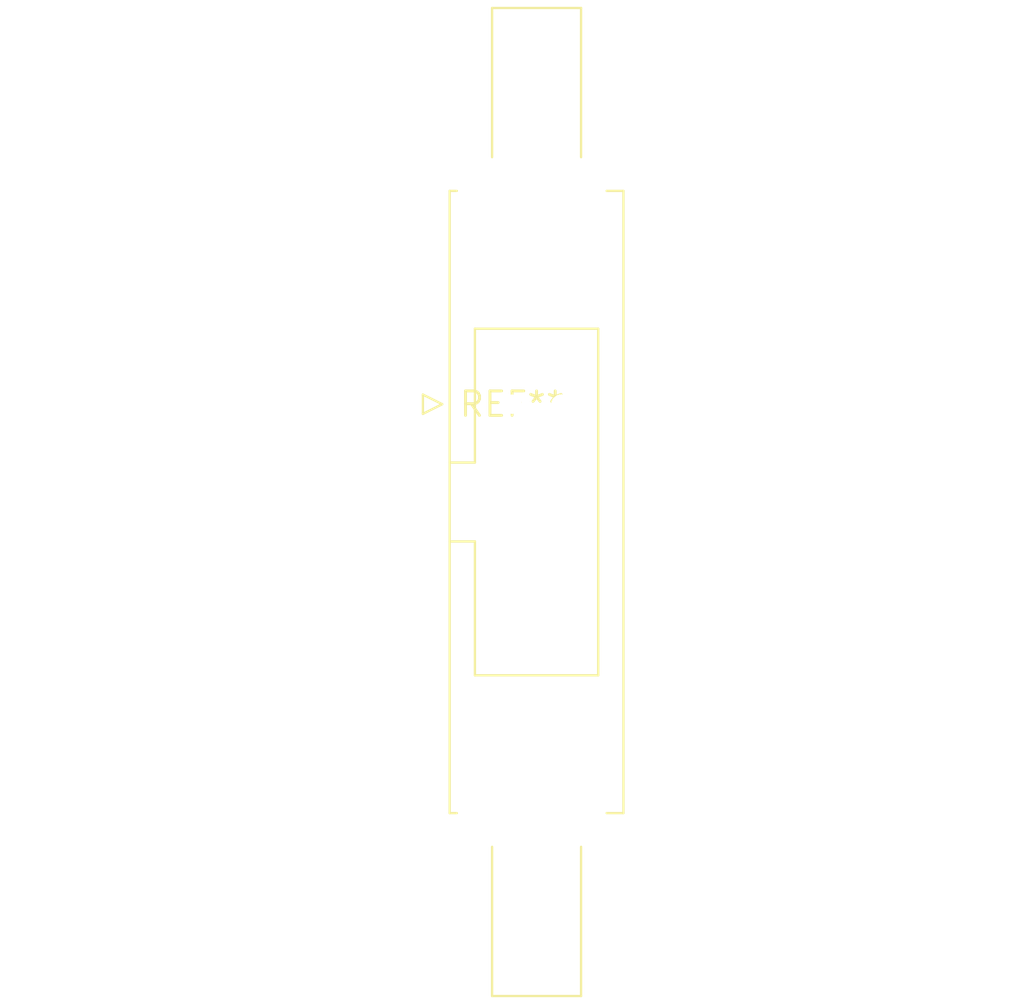
<source format=kicad_pcb>
(kicad_pcb (version 20240108) (generator pcbnew)
  (layers (0 "F.Cu" signal) (31 "B.Cu" signal) (34 "B.Paste" user) (35 "F.Paste" user) (36 "B.SilkS" user "B.Silkscreen") (37 "F.SilkS" user "F.Silkscreen") (38 "B.Mask" user) (39 "F.Mask" user) (44 "Edge.Cuts" user))
  (net 0 "")
  (footprint "IDC-Header_2x05-1MP_P2.54mm_Latch9.5mm_Vertical" (layer "F.Cu") (at 0 0)
    (property "Reference" "REF**")
    (property "Value" "IDC-Header_2x05-1MP_P2.54mm_Latch9.5mm_Vertical")
    (fp_line (start -4.63 -0.5) (end -4.63 0.5) (layer "F.SilkS") (stroke (width 0.12)))
    (fp_line (start -4.63 0.5) (end -3.63 0) (layer "F.SilkS") (stroke (width 0.12)))
    (fp_line (start -3.63 0) (end -4.63 -0.5) (layer "F.SilkS") (stroke (width 0.12)))
    (fp_line (start -3.24 -11.08) (end -3.24 21.24) (layer "F.SilkS") (stroke (width 0.12)))
    (fp_line (start -3.24 3.03) (end -1.93 3.03) (layer "F.SilkS") (stroke (width 0.12)))
    (fp_line (start -3.24 21.24) (end -2.87 21.24) (layer "F.SilkS") (stroke (width 0.12)))
    (fp_line (start -2.87 -11.08) (end -3.24 -11.08) (layer "F.SilkS") (stroke (width 0.12)))
    (fp_line (start -1.93 -3.92) (end 4.47 -3.92) (layer "F.SilkS") (stroke (width 0.12)))
    (fp_line (start -1.93 3.03) (end -1.93 -3.92) (layer "F.SilkS") (stroke (width 0.12)))
    (fp_line (start -1.93 7.13) (end -3.24 7.13) (layer "F.SilkS") (stroke (width 0.12)))
    (fp_line (start -1.93 7.13) (end -1.93 7.13) (layer "F.SilkS") (stroke (width 0.12)))
    (fp_line (start -1.93 14.08) (end -1.93 7.13) (layer "F.SilkS") (stroke (width 0.12)))
    (fp_line (start -1.04 -20.58) (end 3.58 -20.58) (layer "F.SilkS") (stroke (width 0.12)))
    (fp_line (start -1.04 -12.83) (end -1.04 -20.58) (layer "F.SilkS") (stroke (width 0.12)))
    (fp_line (start -1.04 22.99) (end -1.04 30.74) (layer "F.SilkS") (stroke (width 0.12)))
    (fp_line (start -1.04 30.74) (end 3.58 30.74) (layer "F.SilkS") (stroke (width 0.12)))
    (fp_line (start 3.58 -20.58) (end 3.58 -12.83) (layer "F.SilkS") (stroke (width 0.12)))
    (fp_line (start 3.58 30.74) (end 3.58 22.99) (layer "F.SilkS") (stroke (width 0.12)))
    (fp_line (start 4.47 -3.92) (end 4.47 14.08) (layer "F.SilkS") (stroke (width 0.12)))
    (fp_line (start 4.47 14.08) (end -1.93 14.08) (layer "F.SilkS") (stroke (width 0.12)))
    (fp_line (start 4.91 -11.08) (end 5.78 -11.08) (layer "F.SilkS") (stroke (width 0.12)))
    (fp_line (start 5.78 -11.08) (end 5.78 21.24) (layer "F.SilkS") (stroke (width 0.12)))
    (fp_line (start 5.78 21.24) (end 4.91 21.24) (layer "F.SilkS") (stroke (width 0.12)))
    (pad "1" thru_hole roundrect (at 0 0) (size 1.7 1.7) (drill 1) (layers *.Cu *.Mask) (remove_unused_layers) (roundrect_rratio 0.147059))
    (pad "2" thru_hole circle (at 2.54 0) (size 1.7 1.7) (drill 1) (layers *.Cu *.Mask) (remove_unused_layers))
    (pad "3" thru_hole circle (at 0 2.54) (size 1.7 1.7) (drill 1) (layers *.Cu *.Mask) (remove_unused_layers))
    (pad "4" thru_hole circle (at 2.54 2.54) (size 1.7 1.7) (drill 1) (layers *.Cu *.Mask) (remove_unused_layers))
    (pad "5" thru_hole circle (at 0 5.08) (size 1.7 1.7) (drill 1) (layers *.Cu *.Mask) (remove_unused_layers))
    (pad "6" thru_hole circle (at 2.54 5.08) (size 1.7 1.7) (drill 1) (layers *.Cu *.Mask) (remove_unused_layers))
    (pad "7" thru_hole circle (at 0 7.62) (size 1.7 1.7) (drill 1) (layers *.Cu *.Mask) (remove_unused_layers))
    (pad "8" thru_hole circle (at 2.54 7.62) (size 1.7 1.7) (drill 1) (layers *.Cu *.Mask) (remove_unused_layers))
    (pad "9" thru_hole circle (at 0 10.16) (size 1.7 1.7) (drill 1) (layers *.Cu *.Mask) (remove_unused_layers))
    (pad "10" thru_hole circle (at 2.54 10.16) (size 1.7 1.7) (drill 1) (layers *.Cu *.Mask) (remove_unused_layers))
    (pad "MP" thru_hole circle (at 1.02 -8.94) (size 8 8) (drill 2.69) (layers *.Cu *.Mask) (remove_unused_layers))
    (pad "MP" thru_hole circle (at 1.02 19.1) (size 8 8) (drill 2.69) (layers *.Cu *.Mask) (remove_unused_layers))
  )
)
</source>
